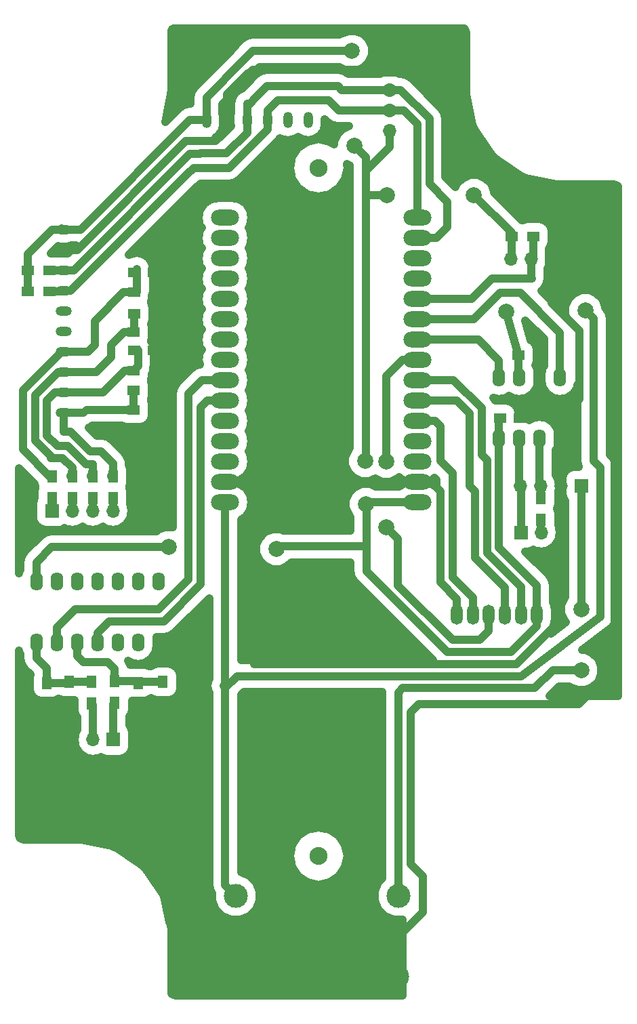
<source format=gbr>
G04 #@! TF.FileFunction,Copper,L2,Bot,Signal*
%FSLAX46Y46*%
G04 Gerber Fmt 4.6, Leading zero omitted, Abs format (unit mm)*
G04 Created by KiCad (PCBNEW 4.0.6) date Sunday, 07 February 2021 'PMt' 16:34:11*
%MOMM*%
%LPD*%
G01*
G04 APERTURE LIST*
%ADD10C,0.100000*%
%ADD11C,2.235200*%
%ADD12O,3.500000X2.000000*%
%ADD13R,1.500000X1.250000*%
%ADD14R,1.250000X1.500000*%
%ADD15C,1.998980*%
%ADD16O,1.600000X2.300000*%
%ADD17R,1.700000X1.700000*%
%ADD18O,1.700000X1.700000*%
%ADD19R,1.300000X1.500000*%
%ADD20R,1.500000X1.300000*%
%ADD21O,1.500000X2.500000*%
%ADD22O,1.200000X2.000000*%
%ADD23O,2.000000X1.200000*%
%ADD24C,3.000000*%
%ADD25C,2.000000*%
%ADD26C,1.000000*%
G04 APERTURE END LIST*
D10*
D11*
X38500000Y104100000D03*
X38500000Y18100000D03*
D12*
X50818000Y97858000D03*
X26818000Y97858000D03*
X50818000Y95318000D03*
X26818000Y95318000D03*
X50818000Y92778000D03*
X26818000Y92778000D03*
X50818000Y90238000D03*
X26818000Y90238000D03*
X50818000Y87698000D03*
X26818000Y87698000D03*
X50818000Y85158000D03*
X26818000Y85158000D03*
X50818000Y82618000D03*
X26818000Y82618000D03*
X50818000Y80078000D03*
X26818000Y80078000D03*
X50818000Y77538000D03*
X26818000Y77538000D03*
X50818000Y74998000D03*
X26818000Y74998000D03*
X50818000Y72458000D03*
X26818000Y72458000D03*
X50818000Y69918000D03*
X26818000Y69918000D03*
X50818000Y67378000D03*
X26818000Y67378000D03*
X50818000Y64838000D03*
X26818000Y64838000D03*
X50818000Y62298000D03*
X26818000Y62298000D03*
D13*
X61150000Y72850000D03*
X63650000Y72850000D03*
D14*
X15978000Y39756000D03*
X15978000Y37256000D03*
D13*
X63450000Y80700000D03*
X65950000Y80700000D03*
D14*
X4548000Y39756000D03*
X4548000Y37256000D03*
D13*
X15400000Y91050000D03*
X17900000Y91050000D03*
X15475000Y85875000D03*
X17975000Y85875000D03*
X15400000Y81250000D03*
X17900000Y81250000D03*
X15375000Y76275000D03*
X17875000Y76275000D03*
D15*
X71300000Y48950000D03*
X71300000Y41330000D03*
D16*
X68650000Y77900000D03*
X66110000Y77900000D03*
X63570000Y77900000D03*
X61030000Y77900000D03*
X61030000Y70280000D03*
X63570000Y70280000D03*
X66110000Y70280000D03*
X68650000Y70280000D03*
D17*
X63750000Y58550000D03*
D18*
X66290000Y58550000D03*
D19*
X13028000Y37262000D03*
X13028000Y39962000D03*
X19026000Y39856000D03*
X19026000Y37156000D03*
X10136000Y37156000D03*
X10136000Y39856000D03*
X7342000Y37156000D03*
X7342000Y39856000D03*
X5167000Y62862000D03*
X5167000Y65562000D03*
D20*
X15400000Y88550000D03*
X18100000Y88550000D03*
D19*
X7707000Y62862000D03*
X7707000Y65562000D03*
D20*
X15375000Y83575000D03*
X18075000Y83575000D03*
D19*
X10247000Y62862000D03*
X10247000Y65562000D03*
D20*
X15375000Y78775000D03*
X18075000Y78775000D03*
X62600000Y95500000D03*
X65300000Y95500000D03*
D19*
X12787000Y62862000D03*
X12787000Y65562000D03*
D16*
X3258000Y44802000D03*
X5798000Y44802000D03*
X8338000Y44802000D03*
X10878000Y44802000D03*
X13418000Y44802000D03*
X15958000Y44802000D03*
X18498000Y44802000D03*
X18498000Y52422000D03*
X15958000Y52422000D03*
X13418000Y52422000D03*
X10878000Y52422000D03*
X8338000Y52422000D03*
X5798000Y52422000D03*
X3258000Y52422000D03*
D21*
X65750000Y48300000D03*
X63750000Y48300000D03*
X61750000Y48300000D03*
X59750000Y48300000D03*
X57750000Y48300000D03*
X55750000Y48300000D03*
D20*
X15375000Y73875000D03*
X18075000Y73875000D03*
X2150000Y88650000D03*
X4850000Y88650000D03*
X2150000Y91250000D03*
X4850000Y91250000D03*
D19*
X66250000Y62800000D03*
X66250000Y60100000D03*
D17*
X67600000Y92700000D03*
D18*
X65060000Y92700000D03*
X62520000Y92700000D03*
D17*
X12848000Y32652000D03*
D18*
X10308000Y32652000D03*
D17*
X71300000Y64350000D03*
D18*
X68760000Y64350000D03*
X66220000Y64350000D03*
X63680000Y64350000D03*
D17*
X47350000Y116350000D03*
D18*
X47350000Y113810000D03*
X47350000Y111270000D03*
X47350000Y108730000D03*
D17*
X5167000Y61248000D03*
D18*
X7707000Y61248000D03*
X10247000Y61248000D03*
X12787000Y61248000D03*
D22*
X24470000Y110070000D03*
X27010000Y110070000D03*
X29550000Y110070000D03*
X32090000Y110070000D03*
X34630000Y110070000D03*
X37170000Y110070000D03*
D23*
X6597000Y96373000D03*
X6597000Y93833000D03*
X6597000Y91293000D03*
X6597000Y88753000D03*
X6597000Y86213000D03*
X6597000Y83673000D03*
X6597000Y81133000D03*
X6597000Y78593000D03*
X6597000Y76053000D03*
X6597000Y73513000D03*
D24*
X28140000Y2970000D03*
X48460000Y13130000D03*
X28140000Y13130000D03*
X48300000Y3050000D03*
D25*
X61900000Y86100000D03*
X71800000Y86300000D03*
X33200000Y56450000D03*
X19750000Y56700000D03*
X57900000Y100700000D03*
X47050000Y100700000D03*
X42650000Y118700000D03*
X42950000Y106850000D03*
X44400000Y62100000D03*
X44300000Y67450000D03*
X46950000Y59200000D03*
X46950000Y67400000D03*
D26*
X13028000Y39962000D02*
X13028000Y41456000D01*
X8338000Y43098000D02*
X8338000Y44802000D01*
X9120000Y42316000D02*
X8338000Y43098000D01*
X12168000Y42316000D02*
X9120000Y42316000D01*
X13028000Y41456000D02*
X12168000Y42316000D01*
X19026000Y39856000D02*
X16078000Y39856000D01*
X16078000Y39856000D02*
X15972000Y39962000D01*
X15972000Y39962000D02*
X13028000Y39962000D01*
X4548000Y39756000D02*
X4548000Y41554000D01*
X3258000Y42844000D02*
X3258000Y44802000D01*
X4548000Y41554000D02*
X3258000Y42844000D01*
X10136000Y39856000D02*
X7342000Y39856000D01*
X7342000Y39856000D02*
X7242000Y39756000D01*
X7242000Y39756000D02*
X4548000Y39756000D01*
X48300000Y3050000D02*
X48300000Y7900000D01*
X75500000Y41600000D02*
X75500000Y89150000D01*
X71000000Y37100000D02*
X75500000Y41600000D01*
X51000010Y37100000D02*
X71000000Y37100000D01*
X49960002Y36059992D02*
X51000010Y37100000D01*
X49960002Y17139998D02*
X49960002Y36059992D01*
X51500000Y15600000D02*
X49960002Y17139998D01*
X51500000Y11100000D02*
X51500000Y15600000D01*
X48300000Y7900000D02*
X51500000Y11100000D01*
X53250000Y42099996D02*
X30400004Y42099996D01*
X30550000Y64450000D02*
X30675000Y64575000D01*
X30550000Y42249992D02*
X30550000Y64450000D01*
X30400004Y42099996D02*
X30550000Y42249992D01*
X75650000Y89150000D02*
X75500000Y89150000D01*
X75650000Y89250000D02*
X75650000Y89300000D01*
X75650000Y89150000D02*
X75650000Y89250000D01*
X75500000Y89150000D02*
X68350000Y89150000D01*
X68350000Y89150000D02*
X67600000Y89900000D01*
X71050000Y83100000D02*
X71050000Y83750000D01*
X71050000Y83750000D02*
X67600000Y87200000D01*
X67600000Y87200000D02*
X67600000Y89900000D01*
X67600000Y89900000D02*
X67600000Y92700000D01*
X65650000Y100200000D02*
X66350000Y100200000D01*
X66350000Y100200000D02*
X67600000Y98950000D01*
X67600000Y98950000D02*
X67600000Y92700000D01*
X47350000Y116350000D02*
X49200000Y116350000D01*
X63250000Y100200000D02*
X65650000Y100200000D01*
X65650000Y100200000D02*
X65750000Y100200000D01*
X54700000Y108750000D02*
X63250000Y100200000D01*
X54700000Y110850000D02*
X54700000Y108750000D01*
X49200000Y116350000D02*
X54700000Y110850000D01*
X29500000Y115750000D02*
X29650000Y115750000D01*
X30250000Y116350000D02*
X47350000Y116350000D01*
X29650000Y115750000D02*
X30250000Y116350000D01*
X71050000Y83100000D02*
X71050000Y83250000D01*
X50818000Y64838000D02*
X32162000Y64838000D01*
X32162000Y64838000D02*
X31175000Y65825000D01*
X28140000Y2970000D02*
X48220000Y2970000D01*
X48220000Y2970000D02*
X48300000Y3050000D01*
X17900000Y91050000D02*
X17900000Y95850000D01*
X17900000Y95850000D02*
X23450000Y101400000D01*
X23450000Y101400000D02*
X30250000Y101400000D01*
X30250000Y101400000D02*
X31450000Y100200000D01*
X31450000Y100200000D02*
X31450000Y66100000D01*
X31450000Y66100000D02*
X31175000Y65825000D01*
X31175000Y65825000D02*
X30300000Y64950000D01*
X54000000Y42099996D02*
X53250000Y42099996D01*
X53250000Y42099996D02*
X53150004Y42099996D01*
X30850000Y64400000D02*
X30675000Y64575000D01*
X30675000Y64575000D02*
X30300000Y64950000D01*
X30300000Y64950000D02*
X26930000Y64950000D01*
X26930000Y64950000D02*
X26818000Y64838000D01*
X28140000Y2970000D02*
X25480000Y2970000D01*
X23700000Y38250000D02*
X21200000Y40750000D01*
X23700000Y4750000D02*
X23700000Y38250000D01*
X25480000Y2970000D02*
X23700000Y4750000D01*
X68650000Y72450000D02*
X68650000Y72750000D01*
X68650000Y72750000D02*
X71050000Y75150000D01*
X71050000Y75150000D02*
X71050000Y83100000D01*
X68760000Y64350000D02*
X68760000Y47660000D01*
X63199996Y42099996D02*
X54000000Y42099996D01*
X54000000Y42099996D02*
X53957356Y42099996D01*
X68760000Y47660000D02*
X63199996Y42099996D01*
X55750000Y48300000D02*
X55750000Y50250000D01*
X53700000Y63650000D02*
X52512000Y64838000D01*
X53700000Y52300000D02*
X53700000Y63650000D01*
X55750000Y50250000D02*
X53700000Y52300000D01*
X52512000Y64838000D02*
X50818000Y64838000D01*
X63650000Y72850000D02*
X63720000Y72850000D01*
X63720000Y72850000D02*
X66110000Y75240000D01*
X65950000Y80700000D02*
X65950000Y78060000D01*
X65950000Y78060000D02*
X66110000Y77900000D01*
X68650000Y70280000D02*
X68650000Y72450000D01*
X68650000Y72450000D02*
X68650000Y72700000D01*
X66110000Y75240000D02*
X66110000Y77900000D01*
X68650000Y72700000D02*
X66110000Y75240000D01*
X68650000Y70280000D02*
X68650000Y64460000D01*
X68650000Y64460000D02*
X68760000Y64350000D01*
X27010000Y110070000D02*
X27010000Y113260000D01*
X27010000Y113260000D02*
X29500000Y115750000D01*
X29500000Y115750000D02*
X29650000Y115900000D01*
X6597000Y93833000D02*
X8304324Y93833000D01*
X27010000Y108810000D02*
X27010000Y110070000D01*
X25639338Y107439338D02*
X27010000Y108810000D01*
X21910662Y107439338D02*
X25639338Y107439338D01*
X8304324Y93833000D02*
X21910662Y107439338D01*
X17875000Y76275000D02*
X17875000Y74075000D01*
X17875000Y74075000D02*
X18075000Y73875000D01*
X18075000Y78775000D02*
X18075000Y73875000D01*
X17900000Y81250000D02*
X17900000Y78950000D01*
X17900000Y78950000D02*
X18075000Y78775000D01*
X18075000Y83575000D02*
X18075000Y81425000D01*
X18075000Y81425000D02*
X17900000Y81250000D01*
X17975000Y85875000D02*
X17975000Y83675000D01*
X17975000Y83675000D02*
X18075000Y83575000D01*
X18100000Y88550000D02*
X18100000Y86000000D01*
X18100000Y86000000D02*
X17975000Y85875000D01*
X17900000Y91050000D02*
X17900000Y88750000D01*
X17900000Y88750000D02*
X18100000Y88550000D01*
X18475000Y79175000D02*
X18075000Y78775000D01*
X18075000Y81675000D02*
X18475000Y81275000D01*
X17875000Y76275000D02*
X18075000Y76075000D01*
X18075000Y81375000D02*
X17875000Y81175000D01*
X17975000Y83675000D02*
X18075000Y83575000D01*
X4548000Y37256000D02*
X4548000Y26302000D01*
X18900000Y33250000D02*
X19026000Y33250000D01*
X18900000Y28650000D02*
X18900000Y33250000D01*
X14800000Y24550000D02*
X18900000Y28650000D01*
X6300000Y24550000D02*
X14800000Y24550000D01*
X4548000Y26302000D02*
X6300000Y24550000D01*
X18498000Y44802000D02*
X18923000Y44802000D01*
X18923000Y44802000D02*
X21200000Y42525000D01*
X21200000Y42525000D02*
X21200000Y40750000D01*
X21200000Y40750000D02*
X21200000Y38250000D01*
X21200000Y38250000D02*
X20106000Y37156000D01*
X20106000Y37156000D02*
X19026000Y37156000D01*
X4548000Y37256000D02*
X7242000Y37256000D01*
X7242000Y37256000D02*
X7342000Y37156000D01*
X19026000Y37156000D02*
X19026000Y33250000D01*
X19026000Y37156000D02*
X16078000Y37156000D01*
X16078000Y37156000D02*
X15978000Y37256000D01*
X65300000Y95500000D02*
X65300000Y92940000D01*
X65300000Y92940000D02*
X65060000Y92700000D01*
X56600000Y87698000D02*
X57598000Y87698000D01*
X65060000Y90290000D02*
X65060000Y92700000D01*
X65100000Y90250000D02*
X65060000Y90290000D01*
X60150000Y90250000D02*
X65100000Y90250000D01*
X57598000Y87698000D02*
X60150000Y90250000D01*
X56948000Y87698000D02*
X56600000Y87698000D01*
X56600000Y87698000D02*
X50818000Y87698000D01*
X54048000Y87698000D02*
X50818000Y87698000D01*
X12848000Y32652000D02*
X12848000Y37082000D01*
X12848000Y37082000D02*
X13028000Y37262000D01*
X10308000Y32652000D02*
X10308000Y36984000D01*
X10308000Y36984000D02*
X10136000Y37156000D01*
X72850000Y69300000D02*
X72850000Y67450000D01*
X61950000Y86050000D02*
X61900000Y86100000D01*
X71800000Y86300000D02*
X72850000Y85250000D01*
X72850000Y85250000D02*
X72850000Y69300000D01*
X63821318Y40599994D02*
X28299994Y40599994D01*
X28299994Y40599994D02*
X26818000Y39118000D01*
X26818000Y39118000D02*
X26818000Y39182000D01*
X26818000Y39182000D02*
X26600000Y39400000D01*
X26818000Y39400000D02*
X26600000Y39400000D01*
X61950000Y86050000D02*
X63450000Y80700000D01*
X73700000Y48050000D02*
X63821318Y40599994D01*
X73700000Y66600000D02*
X73700000Y48050000D01*
X72850000Y67450000D02*
X73700000Y66600000D01*
X26818000Y62298000D02*
X26818000Y39400000D01*
X26818000Y39400000D02*
X26818000Y14452000D01*
X26818000Y14452000D02*
X28140000Y13130000D01*
X63450000Y80700000D02*
X63450000Y78020000D01*
X63450000Y78020000D02*
X63570000Y77900000D01*
X30960000Y113210000D02*
X32050000Y114300000D01*
X29550000Y111800000D02*
X30960000Y113210000D01*
X41390000Y113810000D02*
X47350000Y113810000D01*
X40900000Y114300000D02*
X41390000Y113810000D01*
X32050000Y114300000D02*
X40900000Y114300000D01*
X47350000Y113810000D02*
X48711324Y113810000D01*
X48711324Y113810000D02*
X52318002Y110203322D01*
X52318002Y110203322D02*
X52318002Y102131998D01*
X52318002Y102131998D02*
X54600000Y99850000D01*
X54600000Y99850000D02*
X54600000Y96700000D01*
X54600000Y96700000D02*
X53218000Y95318000D01*
X53218000Y95318000D02*
X50818000Y95318000D01*
X4850000Y91250000D02*
X6554000Y91250000D01*
X6554000Y91250000D02*
X6597000Y91293000D01*
X29550000Y110070000D02*
X29550000Y111800000D01*
X29550000Y111800000D02*
X29550000Y112099998D01*
X6597000Y91293000D02*
X7885648Y91293000D01*
X29550000Y108500000D02*
X29550000Y110070000D01*
X26950000Y105900000D02*
X29550000Y108500000D01*
X23760664Y105900000D02*
X26950000Y105900000D01*
X23689340Y105828676D02*
X23760664Y105900000D01*
X22421324Y105828676D02*
X23689340Y105828676D01*
X7885648Y91293000D02*
X22421324Y105828676D01*
X6497000Y91393000D02*
X6597000Y91293000D01*
X47350000Y111270000D02*
X40980000Y111270000D01*
X32090000Y111290000D02*
X32090000Y110070000D01*
X33350000Y112550000D02*
X32090000Y111290000D01*
X39700000Y112550000D02*
X33350000Y112550000D01*
X40980000Y111270000D02*
X39700000Y112550000D01*
X47350000Y111270000D02*
X49130000Y111270000D01*
X50818000Y109582000D02*
X50818000Y97858000D01*
X49130000Y111270000D02*
X50818000Y109582000D01*
X4850000Y88650000D02*
X6494000Y88650000D01*
X6494000Y88650000D02*
X6597000Y88753000D01*
X6597000Y88753000D02*
X7466972Y88753000D01*
X7466972Y88753000D02*
X22006986Y103293014D01*
X22006986Y103293014D02*
X22064340Y103293014D01*
X22064340Y103293014D02*
X22871326Y104100000D01*
X22871326Y104100000D02*
X27271324Y104100000D01*
X27271324Y104100000D02*
X32090000Y108918676D01*
X32090000Y108918676D02*
X32090000Y110070000D01*
X6497000Y88853000D02*
X6597000Y88753000D01*
X10878000Y44802000D02*
X10878000Y45978000D01*
X24598000Y74998000D02*
X26818000Y74998000D01*
X23750000Y74150000D02*
X24598000Y74998000D01*
X23750000Y52050000D02*
X23750000Y74150000D01*
X19150000Y47450000D02*
X23750000Y52050000D01*
X12350000Y47450000D02*
X19150000Y47450000D01*
X10878000Y45978000D02*
X12350000Y47450000D01*
X5798000Y44802000D02*
X5798000Y46648000D01*
X23888000Y77538000D02*
X26818000Y77538000D01*
X22249998Y75899998D02*
X23888000Y77538000D01*
X22249998Y52671322D02*
X22249998Y75899998D01*
X18528678Y48950002D02*
X22249998Y52671322D01*
X8100002Y48950002D02*
X18528678Y48950002D01*
X5798000Y46648000D02*
X8100002Y48950002D01*
X68650000Y82950000D02*
X68650000Y83528676D01*
X57858000Y85158000D02*
X50818000Y85158000D01*
X61150000Y88450000D02*
X57858000Y85158000D01*
X63728676Y88450000D02*
X61150000Y88450000D01*
X68650000Y83528676D02*
X63728676Y88450000D01*
X68650000Y77900000D02*
X68650000Y82950000D01*
X68650000Y82950000D02*
X68650000Y83150000D01*
X61030000Y77900000D02*
X61030000Y80020000D01*
X58432000Y82618000D02*
X50818000Y82618000D01*
X61030000Y80020000D02*
X58432000Y82618000D01*
X5167000Y61248000D02*
X5167000Y62862000D01*
X7707000Y61248000D02*
X7707000Y62862000D01*
X10247000Y61248000D02*
X10247000Y62862000D01*
X12787000Y61248000D02*
X12787000Y62862000D01*
X3258000Y52422000D02*
X3258000Y54808000D01*
X33550000Y56800000D02*
X44464338Y56800000D01*
X33200000Y56450000D02*
X33550000Y56800000D01*
X5150000Y56700000D02*
X19750000Y56700000D01*
X3258000Y54808000D02*
X5150000Y56700000D01*
X47350000Y108730000D02*
X47350000Y106700000D01*
X47350000Y106700000D02*
X44400000Y103750000D01*
X44400000Y100700000D02*
X47050000Y100700000D01*
X57900000Y100700000D02*
X62600000Y96000000D01*
X62600000Y96000000D02*
X62600000Y95500000D01*
X44400000Y103400000D02*
X44400000Y103750000D01*
X44400000Y103750000D02*
X44400000Y105400000D01*
X24470000Y112841324D02*
X29028678Y117400002D01*
X24470000Y112841324D02*
X24470000Y110070000D01*
X29028678Y117478678D02*
X29028678Y117400002D01*
X30250000Y118700000D02*
X29028678Y117478678D01*
X30700000Y118700000D02*
X30250000Y118700000D01*
X42650000Y118700000D02*
X30700000Y118700000D01*
X44400000Y105400000D02*
X42950000Y106850000D01*
X62600000Y95500000D02*
X62600000Y92780000D01*
X62600000Y92780000D02*
X62520000Y92700000D01*
X50818000Y62298000D02*
X44598000Y62298000D01*
X44598000Y62298000D02*
X44400000Y62100000D01*
X44464338Y53714338D02*
X44464338Y56800000D01*
X44464338Y56800000D02*
X44464338Y62035662D01*
X44464338Y62035662D02*
X44400000Y62100000D01*
X44300000Y67450000D02*
X44400000Y67550000D01*
X44400000Y67550000D02*
X44400000Y100700000D01*
X44400000Y100700000D02*
X44400000Y103400000D01*
X44400000Y103400000D02*
X44400000Y103900000D01*
X44400000Y103900000D02*
X44450000Y103950000D01*
X2150000Y91250000D02*
X2150000Y88650000D01*
X6597000Y96373000D02*
X5173000Y96373000D01*
X2150000Y93350000D02*
X2150000Y91250000D01*
X5173000Y96373000D02*
X2150000Y93350000D01*
X65750000Y48300000D02*
X65750000Y46800000D01*
X54578678Y43599998D02*
X44464338Y53714338D01*
X44464338Y53714338D02*
X44450000Y53728676D01*
X62549998Y43599998D02*
X54578678Y43599998D01*
X65750000Y46800000D02*
X62549998Y43599998D01*
X50620000Y62100000D02*
X50818000Y62298000D01*
X61030000Y70280000D02*
X61030000Y56620000D01*
X65750000Y51900000D02*
X65750000Y48300000D01*
X61030000Y56620000D02*
X65750000Y51900000D01*
X61030000Y70280000D02*
X61030000Y72730000D01*
X61030000Y72730000D02*
X61150000Y72850000D01*
X6597000Y96373000D02*
X8723000Y96373000D01*
X8723000Y96373000D02*
X22420000Y110070000D01*
X22420000Y110070000D02*
X24470000Y110070000D01*
X6403000Y96567000D02*
X6597000Y96373000D01*
X6570000Y96400000D02*
X6597000Y96373000D01*
X5167000Y65562000D02*
X4888000Y65562000D01*
X4888000Y65562000D02*
X1549996Y68900004D01*
X1549996Y68900004D02*
X1549996Y76292644D01*
X1549996Y76292644D02*
X6390352Y81133000D01*
X6390352Y81133000D02*
X6597000Y81133000D01*
X15400000Y88550000D02*
X14100000Y88550000D01*
X9683000Y81133000D02*
X6597000Y81133000D01*
X10500000Y81950000D02*
X9683000Y81133000D01*
X10500000Y84950000D02*
X10500000Y81950000D01*
X14100000Y88550000D02*
X10500000Y84950000D01*
X4907000Y65622000D02*
X4967000Y65562000D01*
X15777000Y91451000D02*
X15777000Y88599000D01*
X15777000Y88599000D02*
X15705000Y88527000D01*
X5000324Y67850000D02*
X5000324Y68078352D01*
X7707000Y65562000D02*
X7707000Y66643000D01*
X6500000Y67850000D02*
X7707000Y66643000D01*
X5000324Y67850000D02*
X6500000Y67850000D01*
X3049998Y75671322D02*
X5971676Y78593000D01*
X3049998Y70028678D02*
X3049998Y75671322D01*
X5000324Y68078352D02*
X3049998Y70028678D01*
X5971676Y78593000D02*
X6597000Y78593000D01*
X15375000Y83575000D02*
X14175000Y83575000D01*
X10743000Y78593000D02*
X6597000Y78593000D01*
X12550000Y80400000D02*
X10743000Y78593000D01*
X12550000Y81950000D02*
X12550000Y80400000D01*
X14175000Y83575000D02*
X12550000Y81950000D01*
X15375000Y83575000D02*
X15375000Y83525000D01*
X15475000Y85875000D02*
X15475000Y83675000D01*
X15475000Y83675000D02*
X15375000Y83575000D01*
X7447000Y65622000D02*
X7507000Y65562000D01*
X5849998Y69350002D02*
X4550000Y70650000D01*
X7121322Y69350002D02*
X9421324Y67050000D01*
X9421324Y67050000D02*
X10250000Y67050000D01*
X10250000Y67050000D02*
X10247000Y67047000D01*
X10247000Y65562000D02*
X10247000Y67047000D01*
X5849998Y69350002D02*
X7121322Y69350002D01*
X5553000Y76053000D02*
X4550000Y75050000D01*
X4550000Y75050000D02*
X4550000Y70650000D01*
X5553000Y76053000D02*
X6597000Y76053000D01*
X15375000Y78775000D02*
X14275000Y78775000D01*
X11553000Y76053000D02*
X6597000Y76053000D01*
X14275000Y78775000D02*
X11553000Y76053000D01*
X15975000Y81275000D02*
X15975000Y79375000D01*
X15975000Y79375000D02*
X15375000Y78775000D01*
X9987000Y65622000D02*
X10047000Y65562000D01*
X15375000Y73875000D02*
X9475000Y73875000D01*
X9113000Y73513000D02*
X6597000Y73513000D01*
X9475000Y73875000D02*
X9113000Y73513000D01*
X6597000Y73513000D02*
X6597000Y71097004D01*
X6597000Y71097004D02*
X6599996Y71100000D01*
X6599996Y71100000D02*
X7492648Y71100000D01*
X7492648Y71100000D02*
X9942648Y68650000D01*
X9942648Y68650000D02*
X11300000Y68650000D01*
X11300000Y68650000D02*
X12787000Y67163000D01*
X12787000Y67163000D02*
X12787000Y65562000D01*
X15375000Y73875000D02*
X15375000Y76275000D01*
X12527000Y65622000D02*
X12587000Y65562000D01*
X71300000Y41330000D02*
X67730000Y41330000D01*
X48460000Y38560000D02*
X48460000Y13130000D01*
X48999992Y39099992D02*
X48460000Y38560000D01*
X65499992Y39099992D02*
X48999992Y39099992D01*
X67730000Y41330000D02*
X65499992Y39099992D01*
X71300000Y41330000D02*
X70780000Y41330000D01*
X63750000Y48300000D02*
X63750000Y51778676D01*
X55362000Y77538000D02*
X50818000Y77538000D01*
X58850000Y74050000D02*
X55362000Y77538000D01*
X58850000Y68229998D02*
X58850000Y74050000D01*
X59529998Y67550000D02*
X58850000Y68229998D01*
X59529998Y55998678D02*
X59529998Y67550000D01*
X63750000Y51778676D02*
X59529998Y55998678D01*
X50818000Y80078000D02*
X48928000Y80078000D01*
X59750000Y46250000D02*
X59750000Y48300000D01*
X58600000Y45100000D02*
X59750000Y46250000D01*
X55200000Y45100000D02*
X58600000Y45100000D01*
X48400000Y51900000D02*
X55200000Y45100000D01*
X48400000Y57750000D02*
X48400000Y51900000D01*
X46950000Y59200000D02*
X48400000Y57750000D01*
X46950000Y78100000D02*
X46950000Y67400000D01*
X48928000Y80078000D02*
X46950000Y78100000D01*
X61750000Y48300000D02*
X61750000Y51657352D01*
X55780676Y74998000D02*
X50818000Y74998000D01*
X57349998Y73428678D02*
X55780676Y74998000D01*
X57349998Y64329998D02*
X57349998Y73428678D01*
X58029996Y63650000D02*
X57349998Y64329998D01*
X58029996Y55377356D02*
X58029996Y63650000D01*
X61750000Y51657352D02*
X58029996Y55377356D01*
X57750000Y48300000D02*
X57750000Y50371324D01*
X53042000Y72458000D02*
X50818000Y72458000D01*
X53700000Y71800000D02*
X53042000Y72458000D01*
X53700000Y67450000D02*
X53700000Y71800000D01*
X55200002Y65949998D02*
X53700000Y67450000D01*
X55200002Y52921322D02*
X55200002Y65949998D01*
X57750000Y50371324D02*
X55200002Y52921322D01*
X71300000Y64350000D02*
X71300000Y48950000D01*
X63750000Y58550000D02*
X63750000Y64280000D01*
X63750000Y64280000D02*
X63680000Y64350000D01*
X63570000Y70280000D02*
X63570000Y64460000D01*
X63570000Y64460000D02*
X63680000Y64350000D01*
X66250000Y62800000D02*
X66250000Y64320000D01*
X66110000Y70280000D02*
X66110000Y64460000D01*
X66110000Y64460000D02*
X66220000Y64350000D01*
X66250000Y60100000D02*
X66250000Y58590000D01*
X66250000Y58590000D02*
X66290000Y58550000D01*
G36*
X24818000Y40263782D02*
X24752241Y40165367D01*
X24599999Y39400000D01*
X24752241Y38634633D01*
X24818000Y38536218D01*
X24818000Y14452005D01*
X24817999Y14452000D01*
X24970241Y13686633D01*
X25140263Y13432177D01*
X25139481Y12535881D01*
X25595241Y11432857D01*
X26438418Y10588207D01*
X27540645Y10130522D01*
X28734119Y10129481D01*
X29837143Y10585241D01*
X30681793Y11428418D01*
X31139478Y12530645D01*
X31140519Y13724119D01*
X30684759Y14827143D01*
X29841582Y15671793D01*
X28818000Y16096822D01*
X28818000Y18100000D01*
X34925000Y18100000D01*
X35197131Y16731907D01*
X35972093Y15572093D01*
X37131907Y14797131D01*
X38500000Y14525000D01*
X39868093Y14797131D01*
X41027907Y15572093D01*
X41802869Y16731907D01*
X42075000Y18100000D01*
X41802869Y19468093D01*
X41027907Y20627907D01*
X39868093Y21402869D01*
X38500000Y21675000D01*
X37131907Y21402869D01*
X35972093Y20627907D01*
X35197131Y19468093D01*
X34925000Y18100000D01*
X28818000Y18100000D01*
X28818000Y38289572D01*
X29128422Y38599994D01*
X46467954Y38599994D01*
X46459999Y38560000D01*
X46460000Y38559995D01*
X46460000Y15372430D01*
X45918207Y14831582D01*
X45460522Y13729355D01*
X45459481Y12535881D01*
X45915241Y11432857D01*
X46758418Y10588207D01*
X47860645Y10130522D01*
X49000000Y10129528D01*
X49000000Y675000D01*
X20655125Y675000D01*
X20349166Y735859D01*
X20221298Y821298D01*
X20135859Y949166D01*
X20075000Y1255125D01*
X20075000Y9100000D01*
X19955110Y9702726D01*
X19857432Y9848911D01*
X19283532Y12734101D01*
X19048360Y13301857D01*
X16880633Y16546091D01*
X16446091Y16980633D01*
X13201857Y19148360D01*
X12917979Y19265945D01*
X12634101Y19383532D01*
X8807267Y20144737D01*
X8652142Y20144737D01*
X8500000Y20175000D01*
X1655125Y20175000D01*
X1349166Y20235859D01*
X1221298Y20321298D01*
X1135859Y20449166D01*
X1075000Y20755125D01*
X1075000Y43811884D01*
X1133077Y43519911D01*
X1258000Y43332950D01*
X1258000Y42844005D01*
X1257999Y42844000D01*
X1410241Y42078633D01*
X1843786Y41429786D01*
X2456590Y40816983D01*
X2393614Y40506000D01*
X2393614Y39006000D01*
X2498207Y38450133D01*
X2826724Y37939604D01*
X3327983Y37597108D01*
X3923000Y37476614D01*
X5173000Y37476614D01*
X5728867Y37581207D01*
X6000503Y37756000D01*
X6010792Y37756000D01*
X6096983Y37697108D01*
X6692000Y37576614D01*
X7956614Y37576614D01*
X7956614Y36406000D01*
X8061207Y35850133D01*
X8308000Y35466606D01*
X8308000Y33853440D01*
X8136883Y33597345D01*
X7958000Y32698039D01*
X7958000Y32605961D01*
X8136883Y31706655D01*
X8646299Y30944260D01*
X9408694Y30434844D01*
X10308000Y30255961D01*
X11207306Y30434844D01*
X11275355Y30480313D01*
X11402983Y30393108D01*
X11998000Y30272614D01*
X13698000Y30272614D01*
X14253867Y30377207D01*
X14764396Y30705724D01*
X15106892Y31206983D01*
X15227386Y31802000D01*
X15227386Y33502000D01*
X15122793Y34057867D01*
X14848000Y34484907D01*
X14848000Y35567353D01*
X15086892Y35916983D01*
X15207386Y36512000D01*
X15207386Y37506102D01*
X15353000Y37476614D01*
X16603000Y37476614D01*
X17158867Y37581207D01*
X17566610Y37843583D01*
X17780983Y37697108D01*
X18376000Y37576614D01*
X19676000Y37576614D01*
X20231867Y37681207D01*
X20742396Y38009724D01*
X21084892Y38510983D01*
X21205386Y39106000D01*
X21205386Y40606000D01*
X21100793Y41161867D01*
X20772276Y41672396D01*
X20271017Y42014892D01*
X19676000Y42135386D01*
X18376000Y42135386D01*
X17820133Y42030793D01*
X17548497Y41856000D01*
X17284208Y41856000D01*
X17198017Y41914892D01*
X16603000Y42035386D01*
X15353000Y42035386D01*
X14962985Y41962000D01*
X14927351Y41962000D01*
X14875759Y42221366D01*
X14875759Y42221367D01*
X14672633Y42525367D01*
X14688000Y42535634D01*
X15077828Y42275160D01*
X15958000Y42100083D01*
X16838172Y42275160D01*
X17584346Y42773737D01*
X18082923Y43519911D01*
X18258000Y44400083D01*
X18258000Y45203917D01*
X18209051Y45450000D01*
X19149995Y45450000D01*
X19150000Y45449999D01*
X19915367Y45602241D01*
X20564214Y46035786D01*
X24818000Y50289573D01*
X24818000Y40263782D01*
X24818000Y40263782D01*
G37*
X24818000Y40263782D02*
X24752241Y40165367D01*
X24599999Y39400000D01*
X24752241Y38634633D01*
X24818000Y38536218D01*
X24818000Y14452005D01*
X24817999Y14452000D01*
X24970241Y13686633D01*
X25140263Y13432177D01*
X25139481Y12535881D01*
X25595241Y11432857D01*
X26438418Y10588207D01*
X27540645Y10130522D01*
X28734119Y10129481D01*
X29837143Y10585241D01*
X30681793Y11428418D01*
X31139478Y12530645D01*
X31140519Y13724119D01*
X30684759Y14827143D01*
X29841582Y15671793D01*
X28818000Y16096822D01*
X28818000Y18100000D01*
X34925000Y18100000D01*
X35197131Y16731907D01*
X35972093Y15572093D01*
X37131907Y14797131D01*
X38500000Y14525000D01*
X39868093Y14797131D01*
X41027907Y15572093D01*
X41802869Y16731907D01*
X42075000Y18100000D01*
X41802869Y19468093D01*
X41027907Y20627907D01*
X39868093Y21402869D01*
X38500000Y21675000D01*
X37131907Y21402869D01*
X35972093Y20627907D01*
X35197131Y19468093D01*
X34925000Y18100000D01*
X28818000Y18100000D01*
X28818000Y38289572D01*
X29128422Y38599994D01*
X46467954Y38599994D01*
X46459999Y38560000D01*
X46460000Y38559995D01*
X46460000Y15372430D01*
X45918207Y14831582D01*
X45460522Y13729355D01*
X45459481Y12535881D01*
X45915241Y11432857D01*
X46758418Y10588207D01*
X47860645Y10130522D01*
X49000000Y10129528D01*
X49000000Y675000D01*
X20655125Y675000D01*
X20349166Y735859D01*
X20221298Y821298D01*
X20135859Y949166D01*
X20075000Y1255125D01*
X20075000Y9100000D01*
X19955110Y9702726D01*
X19857432Y9848911D01*
X19283532Y12734101D01*
X19048360Y13301857D01*
X16880633Y16546091D01*
X16446091Y16980633D01*
X13201857Y19148360D01*
X12917979Y19265945D01*
X12634101Y19383532D01*
X8807267Y20144737D01*
X8652142Y20144737D01*
X8500000Y20175000D01*
X1655125Y20175000D01*
X1349166Y20235859D01*
X1221298Y20321298D01*
X1135859Y20449166D01*
X1075000Y20755125D01*
X1075000Y43811884D01*
X1133077Y43519911D01*
X1258000Y43332950D01*
X1258000Y42844005D01*
X1257999Y42844000D01*
X1410241Y42078633D01*
X1843786Y41429786D01*
X2456590Y40816983D01*
X2393614Y40506000D01*
X2393614Y39006000D01*
X2498207Y38450133D01*
X2826724Y37939604D01*
X3327983Y37597108D01*
X3923000Y37476614D01*
X5173000Y37476614D01*
X5728867Y37581207D01*
X6000503Y37756000D01*
X6010792Y37756000D01*
X6096983Y37697108D01*
X6692000Y37576614D01*
X7956614Y37576614D01*
X7956614Y36406000D01*
X8061207Y35850133D01*
X8308000Y35466606D01*
X8308000Y33853440D01*
X8136883Y33597345D01*
X7958000Y32698039D01*
X7958000Y32605961D01*
X8136883Y31706655D01*
X8646299Y30944260D01*
X9408694Y30434844D01*
X10308000Y30255961D01*
X11207306Y30434844D01*
X11275355Y30480313D01*
X11402983Y30393108D01*
X11998000Y30272614D01*
X13698000Y30272614D01*
X14253867Y30377207D01*
X14764396Y30705724D01*
X15106892Y31206983D01*
X15227386Y31802000D01*
X15227386Y33502000D01*
X15122793Y34057867D01*
X14848000Y34484907D01*
X14848000Y35567353D01*
X15086892Y35916983D01*
X15207386Y36512000D01*
X15207386Y37506102D01*
X15353000Y37476614D01*
X16603000Y37476614D01*
X17158867Y37581207D01*
X17566610Y37843583D01*
X17780983Y37697108D01*
X18376000Y37576614D01*
X19676000Y37576614D01*
X20231867Y37681207D01*
X20742396Y38009724D01*
X21084892Y38510983D01*
X21205386Y39106000D01*
X21205386Y40606000D01*
X21100793Y41161867D01*
X20772276Y41672396D01*
X20271017Y42014892D01*
X19676000Y42135386D01*
X18376000Y42135386D01*
X17820133Y42030793D01*
X17548497Y41856000D01*
X17284208Y41856000D01*
X17198017Y41914892D01*
X16603000Y42035386D01*
X15353000Y42035386D01*
X14962985Y41962000D01*
X14927351Y41962000D01*
X14875759Y42221366D01*
X14875759Y42221367D01*
X14672633Y42525367D01*
X14688000Y42535634D01*
X15077828Y42275160D01*
X15958000Y42100083D01*
X16838172Y42275160D01*
X17584346Y42773737D01*
X18082923Y43519911D01*
X18258000Y44400083D01*
X18258000Y45203917D01*
X18209051Y45450000D01*
X19149995Y45450000D01*
X19150000Y45449999D01*
X19915367Y45602241D01*
X20564214Y46035786D01*
X24818000Y50289573D01*
X24818000Y40263782D01*
G36*
X56650834Y121464141D02*
X56778702Y121378702D01*
X56864141Y121250834D01*
X56925000Y120944875D01*
X56925000Y113600000D01*
X56955263Y113447858D01*
X56955263Y113292733D01*
X57716468Y109465899D01*
X57951640Y108898143D01*
X60119367Y105653909D01*
X60553909Y105219367D01*
X63798143Y103051640D01*
X64365899Y102816468D01*
X68192732Y102055263D01*
X68347857Y102055263D01*
X68500000Y102025000D01*
X75344875Y102025000D01*
X75650834Y101964141D01*
X75778702Y101878702D01*
X75864141Y101750834D01*
X75925000Y101444875D01*
X75925000Y38100000D01*
X67328428Y38100000D01*
X68558427Y39330000D01*
X69764780Y39330000D01*
X69882304Y39212271D01*
X70800639Y38830945D01*
X71794998Y38830077D01*
X72713998Y39209800D01*
X73417729Y39912304D01*
X73799055Y40830639D01*
X73799923Y41824998D01*
X73420200Y42743998D01*
X72717696Y43447729D01*
X71799361Y43829055D01*
X71425081Y43829382D01*
X74904237Y46453187D01*
X74997591Y46557861D01*
X75114214Y46635786D01*
X75254991Y46846474D01*
X75423644Y47035578D01*
X75469836Y47168013D01*
X75547759Y47284633D01*
X75597191Y47533146D01*
X75680643Y47772406D01*
X75672638Y47912440D01*
X75700000Y48050000D01*
X75700000Y66599995D01*
X75700001Y66600000D01*
X75547759Y67365366D01*
X75547759Y67365367D01*
X75114214Y68014214D01*
X75114211Y68014216D01*
X74850000Y68278427D01*
X74850000Y85250000D01*
X74697759Y86015367D01*
X74300272Y86610250D01*
X74300433Y86795099D01*
X73920633Y87714286D01*
X73217985Y88418161D01*
X72299462Y88799565D01*
X71304901Y88800433D01*
X70385714Y88420633D01*
X69681839Y87717985D01*
X69300435Y86799462D01*
X69299567Y85804901D01*
X69368125Y85638978D01*
X66308663Y88698441D01*
X66514214Y88835786D01*
X66947759Y89484633D01*
X67100001Y90250000D01*
X67060000Y90451097D01*
X67060000Y91498560D01*
X67231117Y91754655D01*
X67410000Y92653961D01*
X67410000Y92746039D01*
X67300000Y93299047D01*
X67300000Y94022437D01*
X67458892Y94254983D01*
X67579386Y94850000D01*
X67579386Y96150000D01*
X67474793Y96705867D01*
X67146276Y97216396D01*
X66645017Y97558892D01*
X66050000Y97679386D01*
X64550000Y97679386D01*
X63994133Y97574793D01*
X63956854Y97550804D01*
X63945017Y97558892D01*
X63850368Y97578059D01*
X60400287Y101028140D01*
X60400433Y101195099D01*
X60020633Y102114286D01*
X59317985Y102818161D01*
X58399462Y103199565D01*
X57404901Y103200433D01*
X56485714Y102820633D01*
X55781839Y102117985D01*
X55599519Y101678909D01*
X54318002Y102960426D01*
X54318002Y110203317D01*
X54318003Y110203322D01*
X54165761Y110968689D01*
X53732216Y111617536D01*
X50125538Y115224214D01*
X49476691Y115657759D01*
X48711324Y115810001D01*
X48711319Y115810000D01*
X48551440Y115810000D01*
X48295345Y115981117D01*
X47396039Y116160000D01*
X47303961Y116160000D01*
X46404655Y115981117D01*
X46148560Y115810000D01*
X42170860Y115810000D01*
X41665367Y116147759D01*
X40900000Y116300001D01*
X40899995Y116300000D01*
X32050005Y116300000D01*
X32050000Y116300001D01*
X31284633Y116147759D01*
X30635786Y115714214D01*
X30635784Y115714211D01*
X29545786Y114624214D01*
X29545784Y114624211D01*
X28890360Y113968787D01*
X28784633Y113947757D01*
X28135786Y113514212D01*
X27702241Y112865365D01*
X27550000Y112099998D01*
X27550000Y111800005D01*
X27549999Y111800000D01*
X27550000Y111799995D01*
X27550000Y111021712D01*
X27450000Y110518978D01*
X27450000Y109621022D01*
X27515136Y109293563D01*
X26121572Y107900000D01*
X25601579Y107900000D01*
X25954924Y108136098D01*
X26410147Y108817387D01*
X26570000Y109621022D01*
X26570000Y110518978D01*
X26470000Y111021712D01*
X26470000Y112012896D01*
X30442889Y115985786D01*
X30442892Y115985788D01*
X30601319Y116222891D01*
X31078427Y116700000D01*
X41114060Y116700000D01*
X41232015Y116581839D01*
X42150538Y116200435D01*
X43145099Y116199567D01*
X44064286Y116579367D01*
X44768161Y117282015D01*
X45149565Y118200538D01*
X45150433Y119195099D01*
X44770633Y120114286D01*
X44067985Y120818161D01*
X43149462Y121199565D01*
X42154901Y121200433D01*
X41235714Y120820633D01*
X41114870Y120700000D01*
X30250005Y120700000D01*
X30250000Y120700001D01*
X29525078Y120555804D01*
X29484633Y120547759D01*
X28835786Y120114214D01*
X28835784Y120114211D01*
X27614464Y118892892D01*
X27456035Y118655786D01*
X23055786Y114255538D01*
X22622241Y113606691D01*
X22469999Y112841324D01*
X22470000Y112841319D01*
X22470000Y112070000D01*
X22420005Y112070000D01*
X22420000Y112070001D01*
X21654633Y111917759D01*
X21005786Y111484214D01*
X21005784Y111484211D01*
X19357045Y109835472D01*
X20044737Y113292732D01*
X20044737Y113447857D01*
X20075000Y113600000D01*
X20075000Y120944875D01*
X20135859Y121250834D01*
X20221298Y121378702D01*
X20349166Y121464141D01*
X20655125Y121525000D01*
X56344875Y121525000D01*
X56650834Y121464141D01*
X56650834Y121464141D01*
G37*
X56650834Y121464141D02*
X56778702Y121378702D01*
X56864141Y121250834D01*
X56925000Y120944875D01*
X56925000Y113600000D01*
X56955263Y113447858D01*
X56955263Y113292733D01*
X57716468Y109465899D01*
X57951640Y108898143D01*
X60119367Y105653909D01*
X60553909Y105219367D01*
X63798143Y103051640D01*
X64365899Y102816468D01*
X68192732Y102055263D01*
X68347857Y102055263D01*
X68500000Y102025000D01*
X75344875Y102025000D01*
X75650834Y101964141D01*
X75778702Y101878702D01*
X75864141Y101750834D01*
X75925000Y101444875D01*
X75925000Y38100000D01*
X67328428Y38100000D01*
X68558427Y39330000D01*
X69764780Y39330000D01*
X69882304Y39212271D01*
X70800639Y38830945D01*
X71794998Y38830077D01*
X72713998Y39209800D01*
X73417729Y39912304D01*
X73799055Y40830639D01*
X73799923Y41824998D01*
X73420200Y42743998D01*
X72717696Y43447729D01*
X71799361Y43829055D01*
X71425081Y43829382D01*
X74904237Y46453187D01*
X74997591Y46557861D01*
X75114214Y46635786D01*
X75254991Y46846474D01*
X75423644Y47035578D01*
X75469836Y47168013D01*
X75547759Y47284633D01*
X75597191Y47533146D01*
X75680643Y47772406D01*
X75672638Y47912440D01*
X75700000Y48050000D01*
X75700000Y66599995D01*
X75700001Y66600000D01*
X75547759Y67365366D01*
X75547759Y67365367D01*
X75114214Y68014214D01*
X75114211Y68014216D01*
X74850000Y68278427D01*
X74850000Y85250000D01*
X74697759Y86015367D01*
X74300272Y86610250D01*
X74300433Y86795099D01*
X73920633Y87714286D01*
X73217985Y88418161D01*
X72299462Y88799565D01*
X71304901Y88800433D01*
X70385714Y88420633D01*
X69681839Y87717985D01*
X69300435Y86799462D01*
X69299567Y85804901D01*
X69368125Y85638978D01*
X66308663Y88698441D01*
X66514214Y88835786D01*
X66947759Y89484633D01*
X67100001Y90250000D01*
X67060000Y90451097D01*
X67060000Y91498560D01*
X67231117Y91754655D01*
X67410000Y92653961D01*
X67410000Y92746039D01*
X67300000Y93299047D01*
X67300000Y94022437D01*
X67458892Y94254983D01*
X67579386Y94850000D01*
X67579386Y96150000D01*
X67474793Y96705867D01*
X67146276Y97216396D01*
X66645017Y97558892D01*
X66050000Y97679386D01*
X64550000Y97679386D01*
X63994133Y97574793D01*
X63956854Y97550804D01*
X63945017Y97558892D01*
X63850368Y97578059D01*
X60400287Y101028140D01*
X60400433Y101195099D01*
X60020633Y102114286D01*
X59317985Y102818161D01*
X58399462Y103199565D01*
X57404901Y103200433D01*
X56485714Y102820633D01*
X55781839Y102117985D01*
X55599519Y101678909D01*
X54318002Y102960426D01*
X54318002Y110203317D01*
X54318003Y110203322D01*
X54165761Y110968689D01*
X53732216Y111617536D01*
X50125538Y115224214D01*
X49476691Y115657759D01*
X48711324Y115810001D01*
X48711319Y115810000D01*
X48551440Y115810000D01*
X48295345Y115981117D01*
X47396039Y116160000D01*
X47303961Y116160000D01*
X46404655Y115981117D01*
X46148560Y115810000D01*
X42170860Y115810000D01*
X41665367Y116147759D01*
X40900000Y116300001D01*
X40899995Y116300000D01*
X32050005Y116300000D01*
X32050000Y116300001D01*
X31284633Y116147759D01*
X30635786Y115714214D01*
X30635784Y115714211D01*
X29545786Y114624214D01*
X29545784Y114624211D01*
X28890360Y113968787D01*
X28784633Y113947757D01*
X28135786Y113514212D01*
X27702241Y112865365D01*
X27550000Y112099998D01*
X27550000Y111800005D01*
X27549999Y111800000D01*
X27550000Y111799995D01*
X27550000Y111021712D01*
X27450000Y110518978D01*
X27450000Y109621022D01*
X27515136Y109293563D01*
X26121572Y107900000D01*
X25601579Y107900000D01*
X25954924Y108136098D01*
X26410147Y108817387D01*
X26570000Y109621022D01*
X26570000Y110518978D01*
X26470000Y111021712D01*
X26470000Y112012896D01*
X30442889Y115985786D01*
X30442892Y115985788D01*
X30601319Y116222891D01*
X31078427Y116700000D01*
X41114060Y116700000D01*
X41232015Y116581839D01*
X42150538Y116200435D01*
X43145099Y116199567D01*
X44064286Y116579367D01*
X44768161Y117282015D01*
X45149565Y118200538D01*
X45150433Y119195099D01*
X44770633Y120114286D01*
X44067985Y120818161D01*
X43149462Y121199565D01*
X42154901Y121200433D01*
X41235714Y120820633D01*
X41114870Y120700000D01*
X30250005Y120700000D01*
X30250000Y120700001D01*
X29525078Y120555804D01*
X29484633Y120547759D01*
X28835786Y120114214D01*
X28835784Y120114211D01*
X27614464Y118892892D01*
X27456035Y118655786D01*
X23055786Y114255538D01*
X22622241Y113606691D01*
X22469999Y112841324D01*
X22470000Y112841319D01*
X22470000Y112070000D01*
X22420005Y112070000D01*
X22420000Y112070001D01*
X21654633Y111917759D01*
X21005786Y111484214D01*
X21005784Y111484211D01*
X19357045Y109835472D01*
X20044737Y113292732D01*
X20044737Y113447857D01*
X20075000Y113600000D01*
X20075000Y120944875D01*
X20135859Y121250834D01*
X20221298Y121378702D01*
X20349166Y121464141D01*
X20655125Y121525000D01*
X56344875Y121525000D01*
X56650834Y121464141D01*
G36*
X39565784Y109855789D02*
X39565786Y109855786D01*
X40214633Y109422241D01*
X40980000Y109270000D01*
X42260238Y109270000D01*
X41535714Y108970633D01*
X40831839Y108267985D01*
X40450435Y107349462D01*
X40450142Y107013957D01*
X39868093Y107402869D01*
X38500000Y107675000D01*
X37131907Y107402869D01*
X35972093Y106627907D01*
X35197131Y105468093D01*
X34925000Y104100000D01*
X35197131Y102731907D01*
X35972093Y101572093D01*
X37131907Y100797131D01*
X38500000Y100525000D01*
X39868093Y100797131D01*
X41027907Y101572093D01*
X41802869Y102731907D01*
X42075000Y104100000D01*
X41986890Y104542958D01*
X42400000Y104371420D01*
X42400000Y103900005D01*
X42399999Y103900000D01*
X42400000Y103899995D01*
X42400000Y103750005D01*
X42399999Y103750000D01*
X42400000Y103749995D01*
X42400000Y69085766D01*
X42181839Y68867985D01*
X41800435Y67949462D01*
X41799567Y66954901D01*
X42179367Y66035714D01*
X42882015Y65331839D01*
X43800538Y64950435D01*
X44795099Y64949567D01*
X45565554Y65267912D01*
X46450538Y64900435D01*
X47445099Y64899567D01*
X48364286Y65279367D01*
X48511620Y65426445D01*
X49047620Y65068301D01*
X50004329Y64878000D01*
X51631671Y64878000D01*
X52588380Y65068301D01*
X52986953Y65334619D01*
X53200002Y65121571D01*
X53200002Y64199026D01*
X52588380Y64607699D01*
X51631671Y64798000D01*
X50004329Y64798000D01*
X49047620Y64607699D01*
X48584123Y64298000D01*
X45625711Y64298000D01*
X44899462Y64599565D01*
X43904901Y64600433D01*
X42985714Y64220633D01*
X42281839Y63517985D01*
X41900435Y62599462D01*
X41899567Y61604901D01*
X42279367Y60685714D01*
X42464338Y60500420D01*
X42464338Y58800000D01*
X34059655Y58800000D01*
X33699462Y58949565D01*
X32704901Y58950433D01*
X31785714Y58570633D01*
X31081839Y57867985D01*
X30700435Y56949462D01*
X30699567Y55954901D01*
X31079367Y55035714D01*
X31782015Y54331839D01*
X32700538Y53950435D01*
X33695099Y53949567D01*
X34614286Y54329367D01*
X35085741Y54800000D01*
X42464338Y54800000D01*
X42464338Y53800763D01*
X42449999Y53728676D01*
X42602241Y52963309D01*
X43035786Y52314462D01*
X43050124Y52300124D01*
X52750255Y42599994D01*
X28818000Y42599994D01*
X28818000Y60141728D01*
X29399438Y60530233D01*
X29941370Y61341291D01*
X30131671Y62298000D01*
X29941370Y63254709D01*
X29399438Y64065767D01*
X28588380Y64607699D01*
X27631671Y64798000D01*
X26004329Y64798000D01*
X25750000Y64747411D01*
X25750000Y64928589D01*
X26004329Y64878000D01*
X27631671Y64878000D01*
X28588380Y65068301D01*
X29399438Y65610233D01*
X29941370Y66421291D01*
X30131671Y67378000D01*
X29941370Y68334709D01*
X29732036Y68648000D01*
X29941370Y68961291D01*
X30131671Y69918000D01*
X29941370Y70874709D01*
X29732036Y71188000D01*
X29941370Y71501291D01*
X30131671Y72458000D01*
X29941370Y73414709D01*
X29732036Y73728000D01*
X29941370Y74041291D01*
X30131671Y74998000D01*
X29941370Y75954709D01*
X29732036Y76268000D01*
X29941370Y76581291D01*
X30131671Y77538000D01*
X29941370Y78494709D01*
X29732036Y78808000D01*
X29941370Y79121291D01*
X30131671Y80078000D01*
X29941370Y81034709D01*
X29732036Y81348000D01*
X29941370Y81661291D01*
X30131671Y82618000D01*
X29941370Y83574709D01*
X29732036Y83888000D01*
X29941370Y84201291D01*
X30131671Y85158000D01*
X29941370Y86114709D01*
X29732036Y86428000D01*
X29941370Y86741291D01*
X30131671Y87698000D01*
X29941370Y88654709D01*
X29732036Y88968000D01*
X29941370Y89281291D01*
X30131671Y90238000D01*
X29941370Y91194709D01*
X29732036Y91508000D01*
X29941370Y91821291D01*
X30131671Y92778000D01*
X29941370Y93734709D01*
X29732036Y94048000D01*
X29941370Y94361291D01*
X30131671Y95318000D01*
X29941370Y96274709D01*
X29732036Y96588000D01*
X29941370Y96901291D01*
X30131671Y97858000D01*
X29941370Y98814709D01*
X29399438Y99625767D01*
X28588380Y100167699D01*
X27631671Y100358000D01*
X26004329Y100358000D01*
X25047620Y100167699D01*
X24236562Y99625767D01*
X23694630Y98814709D01*
X23504329Y97858000D01*
X23694630Y96901291D01*
X23903964Y96588000D01*
X23694630Y96274709D01*
X23504329Y95318000D01*
X23694630Y94361291D01*
X23903964Y94048000D01*
X23694630Y93734709D01*
X23504329Y92778000D01*
X23694630Y91821291D01*
X23903964Y91508000D01*
X23694630Y91194709D01*
X23504329Y90238000D01*
X23694630Y89281291D01*
X23903964Y88968000D01*
X23694630Y88654709D01*
X23504329Y87698000D01*
X23694630Y86741291D01*
X23903964Y86428000D01*
X23694630Y86114709D01*
X23504329Y85158000D01*
X23694630Y84201291D01*
X23903964Y83888000D01*
X23694630Y83574709D01*
X23504329Y82618000D01*
X23694630Y81661291D01*
X23903964Y81348000D01*
X23694630Y81034709D01*
X23504329Y80078000D01*
X23622256Y79485141D01*
X23249616Y79411018D01*
X23122633Y79385759D01*
X22473786Y78952214D01*
X22473784Y78952211D01*
X20835784Y77314212D01*
X20402239Y76665365D01*
X20249997Y75899998D01*
X20249998Y75899993D01*
X20249998Y59199342D01*
X20249462Y59199565D01*
X19254901Y59200433D01*
X18335714Y58820633D01*
X18214870Y58700000D01*
X5150005Y58700000D01*
X5150000Y58700001D01*
X4384633Y58547759D01*
X3735786Y58114214D01*
X1843786Y56222214D01*
X1410241Y55573367D01*
X1257999Y54808000D01*
X1258000Y54807995D01*
X1258000Y53891050D01*
X1133077Y53704089D01*
X1075000Y53412116D01*
X1075000Y66546572D01*
X3028879Y64592694D01*
X3092207Y64256133D01*
X3116196Y64218854D01*
X3108108Y64207017D01*
X2987614Y63612000D01*
X2987614Y62809378D01*
X2908108Y62693017D01*
X2787614Y62098000D01*
X2787614Y60398000D01*
X2892207Y59842133D01*
X3220724Y59331604D01*
X3721983Y58989108D01*
X4317000Y58868614D01*
X6017000Y58868614D01*
X6572867Y58973207D01*
X6736433Y59078459D01*
X6807694Y59030844D01*
X7707000Y58851961D01*
X8606306Y59030844D01*
X8977000Y59278534D01*
X9347694Y59030844D01*
X10247000Y58851961D01*
X11146306Y59030844D01*
X11517000Y59278534D01*
X11887694Y59030844D01*
X12787000Y58851961D01*
X13686306Y59030844D01*
X14448701Y59540260D01*
X14958117Y60302655D01*
X15137000Y61201961D01*
X15137000Y61294039D01*
X14966386Y62151774D01*
X14966386Y63612000D01*
X14861793Y64167867D01*
X14837804Y64205146D01*
X14845892Y64216983D01*
X14966386Y64812000D01*
X14966386Y66312000D01*
X14861793Y66867867D01*
X14787000Y66984098D01*
X14787000Y67162995D01*
X14787001Y67163000D01*
X14641376Y67895099D01*
X14634759Y67928367D01*
X14201214Y68577214D01*
X14201211Y68577216D01*
X12714214Y70064214D01*
X12065367Y70497759D01*
X11300000Y70650001D01*
X11299995Y70650000D01*
X10771075Y70650000D01*
X9776164Y71644911D01*
X9878367Y71665241D01*
X10192294Y71875000D01*
X13943792Y71875000D01*
X14029983Y71816108D01*
X14625000Y71695614D01*
X16125000Y71695614D01*
X16680867Y71800207D01*
X17191396Y72128724D01*
X17533892Y72629983D01*
X17654386Y73225000D01*
X17654386Y74525000D01*
X17549793Y75080867D01*
X17541685Y75093467D01*
X17654386Y75650000D01*
X17654386Y76900000D01*
X17549793Y77455867D01*
X17517520Y77506021D01*
X17533892Y77529983D01*
X17654386Y78125000D01*
X17654386Y78357645D01*
X17822759Y78609633D01*
X17897581Y78985787D01*
X17975001Y79375000D01*
X17975000Y79375005D01*
X17975000Y81275000D01*
X17822759Y82040367D01*
X17579872Y82403873D01*
X17574793Y82430867D01*
X17559222Y82455065D01*
X17654386Y82925000D01*
X17654386Y84225000D01*
X17586524Y84585658D01*
X17633892Y84654983D01*
X17754386Y85250000D01*
X17754386Y86500000D01*
X17649793Y87055867D01*
X17523151Y87252674D01*
X17558892Y87304983D01*
X17679386Y87900000D01*
X17679386Y88108261D01*
X17777000Y88599000D01*
X17777000Y91451000D01*
X17624759Y92216367D01*
X17191214Y92865214D01*
X16542367Y93298759D01*
X15777000Y93451000D01*
X15011633Y93298759D01*
X14870394Y93204386D01*
X14746786Y93204386D01*
X23305709Y101763309D01*
X23478554Y101878800D01*
X23699754Y102100000D01*
X27271319Y102100000D01*
X27271324Y102099999D01*
X28036691Y102252241D01*
X28685538Y102685786D01*
X33504214Y107504462D01*
X33685141Y107775238D01*
X33826365Y107680875D01*
X34630000Y107521022D01*
X35433635Y107680875D01*
X35900000Y107992490D01*
X36366365Y107680875D01*
X37170000Y107521022D01*
X37973635Y107680875D01*
X38654924Y108136098D01*
X39110147Y108817387D01*
X39270000Y109621022D01*
X39270000Y110151573D01*
X39565784Y109855789D01*
X39565784Y109855789D01*
G37*
X39565784Y109855789D02*
X39565786Y109855786D01*
X40214633Y109422241D01*
X40980000Y109270000D01*
X42260238Y109270000D01*
X41535714Y108970633D01*
X40831839Y108267985D01*
X40450435Y107349462D01*
X40450142Y107013957D01*
X39868093Y107402869D01*
X38500000Y107675000D01*
X37131907Y107402869D01*
X35972093Y106627907D01*
X35197131Y105468093D01*
X34925000Y104100000D01*
X35197131Y102731907D01*
X35972093Y101572093D01*
X37131907Y100797131D01*
X38500000Y100525000D01*
X39868093Y100797131D01*
X41027907Y101572093D01*
X41802869Y102731907D01*
X42075000Y104100000D01*
X41986890Y104542958D01*
X42400000Y104371420D01*
X42400000Y103900005D01*
X42399999Y103900000D01*
X42400000Y103899995D01*
X42400000Y103750005D01*
X42399999Y103750000D01*
X42400000Y103749995D01*
X42400000Y69085766D01*
X42181839Y68867985D01*
X41800435Y67949462D01*
X41799567Y66954901D01*
X42179367Y66035714D01*
X42882015Y65331839D01*
X43800538Y64950435D01*
X44795099Y64949567D01*
X45565554Y65267912D01*
X46450538Y64900435D01*
X47445099Y64899567D01*
X48364286Y65279367D01*
X48511620Y65426445D01*
X49047620Y65068301D01*
X50004329Y64878000D01*
X51631671Y64878000D01*
X52588380Y65068301D01*
X52986953Y65334619D01*
X53200002Y65121571D01*
X53200002Y64199026D01*
X52588380Y64607699D01*
X51631671Y64798000D01*
X50004329Y64798000D01*
X49047620Y64607699D01*
X48584123Y64298000D01*
X45625711Y64298000D01*
X44899462Y64599565D01*
X43904901Y64600433D01*
X42985714Y64220633D01*
X42281839Y63517985D01*
X41900435Y62599462D01*
X41899567Y61604901D01*
X42279367Y60685714D01*
X42464338Y60500420D01*
X42464338Y58800000D01*
X34059655Y58800000D01*
X33699462Y58949565D01*
X32704901Y58950433D01*
X31785714Y58570633D01*
X31081839Y57867985D01*
X30700435Y56949462D01*
X30699567Y55954901D01*
X31079367Y55035714D01*
X31782015Y54331839D01*
X32700538Y53950435D01*
X33695099Y53949567D01*
X34614286Y54329367D01*
X35085741Y54800000D01*
X42464338Y54800000D01*
X42464338Y53800763D01*
X42449999Y53728676D01*
X42602241Y52963309D01*
X43035786Y52314462D01*
X43050124Y52300124D01*
X52750255Y42599994D01*
X28818000Y42599994D01*
X28818000Y60141728D01*
X29399438Y60530233D01*
X29941370Y61341291D01*
X30131671Y62298000D01*
X29941370Y63254709D01*
X29399438Y64065767D01*
X28588380Y64607699D01*
X27631671Y64798000D01*
X26004329Y64798000D01*
X25750000Y64747411D01*
X25750000Y64928589D01*
X26004329Y64878000D01*
X27631671Y64878000D01*
X28588380Y65068301D01*
X29399438Y65610233D01*
X29941370Y66421291D01*
X30131671Y67378000D01*
X29941370Y68334709D01*
X29732036Y68648000D01*
X29941370Y68961291D01*
X30131671Y69918000D01*
X29941370Y70874709D01*
X29732036Y71188000D01*
X29941370Y71501291D01*
X30131671Y72458000D01*
X29941370Y73414709D01*
X29732036Y73728000D01*
X29941370Y74041291D01*
X30131671Y74998000D01*
X29941370Y75954709D01*
X29732036Y76268000D01*
X29941370Y76581291D01*
X30131671Y77538000D01*
X29941370Y78494709D01*
X29732036Y78808000D01*
X29941370Y79121291D01*
X30131671Y80078000D01*
X29941370Y81034709D01*
X29732036Y81348000D01*
X29941370Y81661291D01*
X30131671Y82618000D01*
X29941370Y83574709D01*
X29732036Y83888000D01*
X29941370Y84201291D01*
X30131671Y85158000D01*
X29941370Y86114709D01*
X29732036Y86428000D01*
X29941370Y86741291D01*
X30131671Y87698000D01*
X29941370Y88654709D01*
X29732036Y88968000D01*
X29941370Y89281291D01*
X30131671Y90238000D01*
X29941370Y91194709D01*
X29732036Y91508000D01*
X29941370Y91821291D01*
X30131671Y92778000D01*
X29941370Y93734709D01*
X29732036Y94048000D01*
X29941370Y94361291D01*
X30131671Y95318000D01*
X29941370Y96274709D01*
X29732036Y96588000D01*
X29941370Y96901291D01*
X30131671Y97858000D01*
X29941370Y98814709D01*
X29399438Y99625767D01*
X28588380Y100167699D01*
X27631671Y100358000D01*
X26004329Y100358000D01*
X25047620Y100167699D01*
X24236562Y99625767D01*
X23694630Y98814709D01*
X23504329Y97858000D01*
X23694630Y96901291D01*
X23903964Y96588000D01*
X23694630Y96274709D01*
X23504329Y95318000D01*
X23694630Y94361291D01*
X23903964Y94048000D01*
X23694630Y93734709D01*
X23504329Y92778000D01*
X23694630Y91821291D01*
X23903964Y91508000D01*
X23694630Y91194709D01*
X23504329Y90238000D01*
X23694630Y89281291D01*
X23903964Y88968000D01*
X23694630Y88654709D01*
X23504329Y87698000D01*
X23694630Y86741291D01*
X23903964Y86428000D01*
X23694630Y86114709D01*
X23504329Y85158000D01*
X23694630Y84201291D01*
X23903964Y83888000D01*
X23694630Y83574709D01*
X23504329Y82618000D01*
X23694630Y81661291D01*
X23903964Y81348000D01*
X23694630Y81034709D01*
X23504329Y80078000D01*
X23622256Y79485141D01*
X23249616Y79411018D01*
X23122633Y79385759D01*
X22473786Y78952214D01*
X22473784Y78952211D01*
X20835784Y77314212D01*
X20402239Y76665365D01*
X20249997Y75899998D01*
X20249998Y75899993D01*
X20249998Y59199342D01*
X20249462Y59199565D01*
X19254901Y59200433D01*
X18335714Y58820633D01*
X18214870Y58700000D01*
X5150005Y58700000D01*
X5150000Y58700001D01*
X4384633Y58547759D01*
X3735786Y58114214D01*
X1843786Y56222214D01*
X1410241Y55573367D01*
X1257999Y54808000D01*
X1258000Y54807995D01*
X1258000Y53891050D01*
X1133077Y53704089D01*
X1075000Y53412116D01*
X1075000Y66546572D01*
X3028879Y64592694D01*
X3092207Y64256133D01*
X3116196Y64218854D01*
X3108108Y64207017D01*
X2987614Y63612000D01*
X2987614Y62809378D01*
X2908108Y62693017D01*
X2787614Y62098000D01*
X2787614Y60398000D01*
X2892207Y59842133D01*
X3220724Y59331604D01*
X3721983Y58989108D01*
X4317000Y58868614D01*
X6017000Y58868614D01*
X6572867Y58973207D01*
X6736433Y59078459D01*
X6807694Y59030844D01*
X7707000Y58851961D01*
X8606306Y59030844D01*
X8977000Y59278534D01*
X9347694Y59030844D01*
X10247000Y58851961D01*
X11146306Y59030844D01*
X11517000Y59278534D01*
X11887694Y59030844D01*
X12787000Y58851961D01*
X13686306Y59030844D01*
X14448701Y59540260D01*
X14958117Y60302655D01*
X15137000Y61201961D01*
X15137000Y61294039D01*
X14966386Y62151774D01*
X14966386Y63612000D01*
X14861793Y64167867D01*
X14837804Y64205146D01*
X14845892Y64216983D01*
X14966386Y64812000D01*
X14966386Y66312000D01*
X14861793Y66867867D01*
X14787000Y66984098D01*
X14787000Y67162995D01*
X14787001Y67163000D01*
X14641376Y67895099D01*
X14634759Y67928367D01*
X14201214Y68577214D01*
X14201211Y68577216D01*
X12714214Y70064214D01*
X12065367Y70497759D01*
X11300000Y70650001D01*
X11299995Y70650000D01*
X10771075Y70650000D01*
X9776164Y71644911D01*
X9878367Y71665241D01*
X10192294Y71875000D01*
X13943792Y71875000D01*
X14029983Y71816108D01*
X14625000Y71695614D01*
X16125000Y71695614D01*
X16680867Y71800207D01*
X17191396Y72128724D01*
X17533892Y72629983D01*
X17654386Y73225000D01*
X17654386Y74525000D01*
X17549793Y75080867D01*
X17541685Y75093467D01*
X17654386Y75650000D01*
X17654386Y76900000D01*
X17549793Y77455867D01*
X17517520Y77506021D01*
X17533892Y77529983D01*
X17654386Y78125000D01*
X17654386Y78357645D01*
X17822759Y78609633D01*
X17897581Y78985787D01*
X17975001Y79375000D01*
X17975000Y79375005D01*
X17975000Y81275000D01*
X17822759Y82040367D01*
X17579872Y82403873D01*
X17574793Y82430867D01*
X17559222Y82455065D01*
X17654386Y82925000D01*
X17654386Y84225000D01*
X17586524Y84585658D01*
X17633892Y84654983D01*
X17754386Y85250000D01*
X17754386Y86500000D01*
X17649793Y87055867D01*
X17523151Y87252674D01*
X17558892Y87304983D01*
X17679386Y87900000D01*
X17679386Y88108261D01*
X17777000Y88599000D01*
X17777000Y91451000D01*
X17624759Y92216367D01*
X17191214Y92865214D01*
X16542367Y93298759D01*
X15777000Y93451000D01*
X15011633Y93298759D01*
X14870394Y93204386D01*
X14746786Y93204386D01*
X23305709Y101763309D01*
X23478554Y101878800D01*
X23699754Y102100000D01*
X27271319Y102100000D01*
X27271324Y102099999D01*
X28036691Y102252241D01*
X28685538Y102685786D01*
X33504214Y107504462D01*
X33685141Y107775238D01*
X33826365Y107680875D01*
X34630000Y107521022D01*
X35433635Y107680875D01*
X35900000Y107992490D01*
X36366365Y107680875D01*
X37170000Y107521022D01*
X37973635Y107680875D01*
X38654924Y108136098D01*
X39110147Y108817387D01*
X39270000Y109621022D01*
X39270000Y110151573D01*
X39565784Y109855789D01*
G36*
X66650000Y82700249D02*
X66650000Y79369050D01*
X66525077Y79182089D01*
X66350000Y78301917D01*
X66350000Y77498083D01*
X66525077Y76617911D01*
X67023654Y75871737D01*
X67769828Y75373160D01*
X68650000Y75198083D01*
X69530172Y75373160D01*
X70276346Y75871737D01*
X70774923Y76617911D01*
X70850000Y76995349D01*
X70850000Y67450005D01*
X70849999Y67450000D01*
X70993339Y66729386D01*
X70450000Y66729386D01*
X69894133Y66624793D01*
X69383604Y66296276D01*
X69041108Y65795017D01*
X68920614Y65200000D01*
X68920614Y63500000D01*
X69025207Y62944133D01*
X69300000Y62517093D01*
X69300000Y50485220D01*
X69182271Y50367696D01*
X68800945Y49449361D01*
X68800077Y48455002D01*
X69179800Y47536002D01*
X69401864Y47313550D01*
X67487789Y45870051D01*
X67597759Y46034633D01*
X67740727Y46753382D01*
X67828729Y46885086D01*
X68000000Y47746124D01*
X68000000Y48853876D01*
X67828729Y49714914D01*
X67750000Y49832740D01*
X67750000Y51899995D01*
X67750001Y51900000D01*
X67597759Y52665367D01*
X67164214Y53314214D01*
X64307814Y56170614D01*
X64600000Y56170614D01*
X65155867Y56275207D01*
X65319433Y56380459D01*
X65390694Y56332844D01*
X66290000Y56153961D01*
X67189306Y56332844D01*
X67951701Y56842260D01*
X68461117Y57604655D01*
X68640000Y58503961D01*
X68640000Y58596039D01*
X68461117Y59495345D01*
X68429386Y59542834D01*
X68429386Y60850000D01*
X68324793Y61405867D01*
X68300804Y61443146D01*
X68308892Y61454983D01*
X68429386Y62050000D01*
X68429386Y63550000D01*
X68424837Y63574176D01*
X68570000Y64303961D01*
X68570000Y64396039D01*
X68391117Y65295345D01*
X68110000Y65716066D01*
X68110000Y68810950D01*
X68234923Y68997911D01*
X68410000Y69878083D01*
X68410000Y70681917D01*
X68234923Y71562089D01*
X67736346Y72308263D01*
X66990172Y72806840D01*
X66110000Y72981917D01*
X65229828Y72806840D01*
X64840000Y72546366D01*
X64450172Y72806840D01*
X63570000Y72981917D01*
X63429386Y72953947D01*
X63429386Y73475000D01*
X63324793Y74030867D01*
X62996276Y74541396D01*
X62495017Y74883892D01*
X61900000Y75004386D01*
X60571461Y75004386D01*
X60351913Y75332963D01*
X61030000Y75198083D01*
X61910172Y75373160D01*
X62300000Y75633634D01*
X62689828Y75373160D01*
X63570000Y75198083D01*
X64450172Y75373160D01*
X65196346Y75871737D01*
X65694923Y76617911D01*
X65870000Y77498083D01*
X65870000Y78301917D01*
X65694923Y79182089D01*
X65551753Y79396358D01*
X65608892Y79479983D01*
X65729386Y80075000D01*
X65729386Y81325000D01*
X65624793Y81880867D01*
X65296276Y82391396D01*
X64995227Y82597094D01*
X64310320Y85039928D01*
X66650000Y82700249D01*
X66650000Y82700249D01*
G37*
X66650000Y82700249D02*
X66650000Y79369050D01*
X66525077Y79182089D01*
X66350000Y78301917D01*
X66350000Y77498083D01*
X66525077Y76617911D01*
X67023654Y75871737D01*
X67769828Y75373160D01*
X68650000Y75198083D01*
X69530172Y75373160D01*
X70276346Y75871737D01*
X70774923Y76617911D01*
X70850000Y76995349D01*
X70850000Y67450005D01*
X70849999Y67450000D01*
X70993339Y66729386D01*
X70450000Y66729386D01*
X69894133Y66624793D01*
X69383604Y66296276D01*
X69041108Y65795017D01*
X68920614Y65200000D01*
X68920614Y63500000D01*
X69025207Y62944133D01*
X69300000Y62517093D01*
X69300000Y50485220D01*
X69182271Y50367696D01*
X68800945Y49449361D01*
X68800077Y48455002D01*
X69179800Y47536002D01*
X69401864Y47313550D01*
X67487789Y45870051D01*
X67597759Y46034633D01*
X67740727Y46753382D01*
X67828729Y46885086D01*
X68000000Y47746124D01*
X68000000Y48853876D01*
X67828729Y49714914D01*
X67750000Y49832740D01*
X67750000Y51899995D01*
X67750001Y51900000D01*
X67597759Y52665367D01*
X67164214Y53314214D01*
X64307814Y56170614D01*
X64600000Y56170614D01*
X65155867Y56275207D01*
X65319433Y56380459D01*
X65390694Y56332844D01*
X66290000Y56153961D01*
X67189306Y56332844D01*
X67951701Y56842260D01*
X68461117Y57604655D01*
X68640000Y58503961D01*
X68640000Y58596039D01*
X68461117Y59495345D01*
X68429386Y59542834D01*
X68429386Y60850000D01*
X68324793Y61405867D01*
X68300804Y61443146D01*
X68308892Y61454983D01*
X68429386Y62050000D01*
X68429386Y63550000D01*
X68424837Y63574176D01*
X68570000Y64303961D01*
X68570000Y64396039D01*
X68391117Y65295345D01*
X68110000Y65716066D01*
X68110000Y68810950D01*
X68234923Y68997911D01*
X68410000Y69878083D01*
X68410000Y70681917D01*
X68234923Y71562089D01*
X67736346Y72308263D01*
X66990172Y72806840D01*
X66110000Y72981917D01*
X65229828Y72806840D01*
X64840000Y72546366D01*
X64450172Y72806840D01*
X63570000Y72981917D01*
X63429386Y72953947D01*
X63429386Y73475000D01*
X63324793Y74030867D01*
X62996276Y74541396D01*
X62495017Y74883892D01*
X61900000Y75004386D01*
X60571461Y75004386D01*
X60351913Y75332963D01*
X61030000Y75198083D01*
X61910172Y75373160D01*
X62300000Y75633634D01*
X62689828Y75373160D01*
X63570000Y75198083D01*
X64450172Y75373160D01*
X65196346Y75871737D01*
X65694923Y76617911D01*
X65870000Y77498083D01*
X65870000Y78301917D01*
X65694923Y79182089D01*
X65551753Y79396358D01*
X65608892Y79479983D01*
X65729386Y80075000D01*
X65729386Y81325000D01*
X65624793Y81880867D01*
X65296276Y82391396D01*
X64995227Y82597094D01*
X64310320Y85039928D01*
X66650000Y82700249D01*
G36*
X7138764Y93374544D02*
X7045978Y93393000D01*
X6497005Y93393000D01*
X6497000Y93393001D01*
X6496995Y93393000D01*
X6148022Y93393000D01*
X5962202Y93356038D01*
X5600000Y93429386D01*
X5057814Y93429386D01*
X5942340Y94313913D01*
X6148022Y94273000D01*
X7045978Y94273000D01*
X7548712Y94373000D01*
X8137220Y94373000D01*
X7138764Y93374544D01*
X7138764Y93374544D01*
G37*
X7138764Y93374544D02*
X7045978Y93393000D01*
X6497005Y93393000D01*
X6497000Y93393001D01*
X6496995Y93393000D01*
X6148022Y93393000D01*
X5962202Y93356038D01*
X5600000Y93429386D01*
X5057814Y93429386D01*
X5942340Y94313913D01*
X6148022Y94273000D01*
X7045978Y94273000D01*
X7548712Y94373000D01*
X8137220Y94373000D01*
X7138764Y93374544D01*
M02*

</source>
